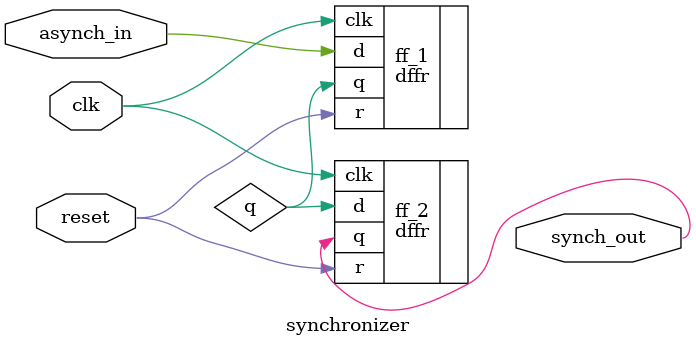
<source format=v>
module synchronizer(asynch_in,clk,reset,synch_out);
	input asynch_in,clk,reset;
	output synch_out;
	wire q;

	dffr #(.N(1)) ff_1(.d(asynch_in),.clk(clk),.r(reset),.q(q));
	dffr #(.N(1)) ff_2(.d(q),.clk(clk),.r(reset),.q(synch_out));

endmodule
</source>
